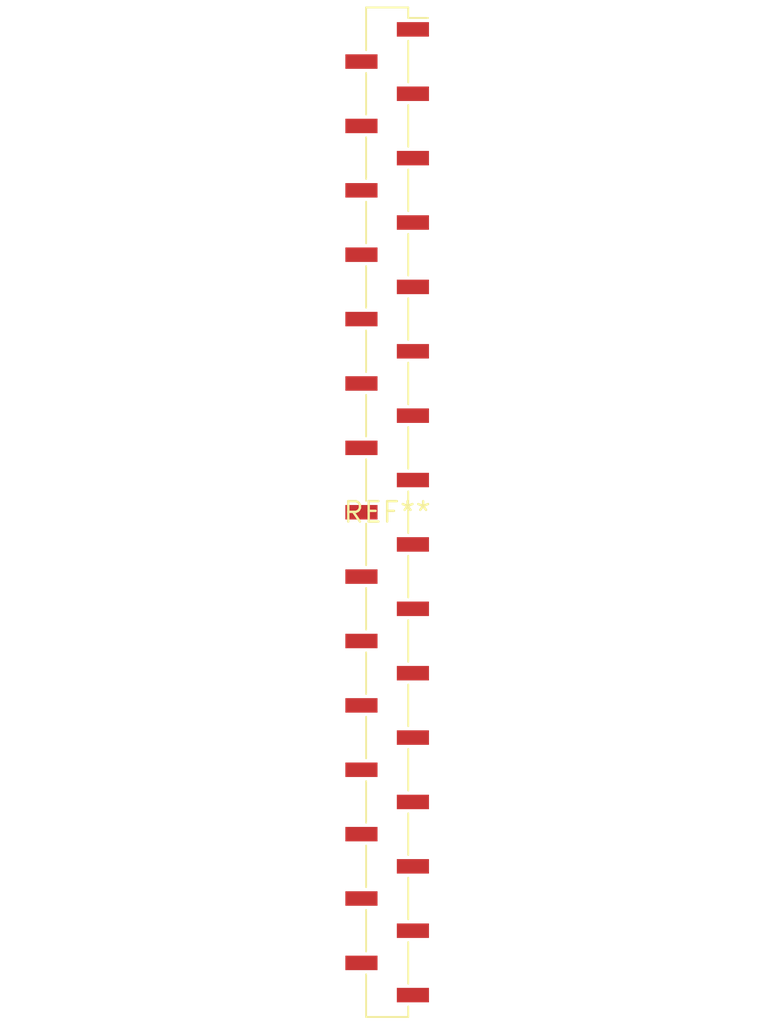
<source format=kicad_pcb>
(kicad_pcb (version 20240108) (generator pcbnew)
  (layers (0 "F.Cu" signal) (31 "B.Cu" signal) (34 "B.Paste" user) (35 "F.Paste" user) (36 "B.SilkS" user "B.Silkscreen") (37 "F.SilkS" user "F.Silkscreen") (38 "B.Mask" user) (39 "F.Mask" user) (44 "Edge.Cuts" user))
  (net 0 "")
  (footprint "PinSocket_1x31_P2.00mm_Vertical_SMD_Pin1Right" (layer "F.Cu") (at 0 0)
    (property "Reference" "REF**")
    (property "Value" "PinSocket_1x31_P2.00mm_Vertical_SMD_Pin1Right")
    (fp_line (start -1.31 -31.36) (end -1.31 -28.71) (layer "F.SilkS") (stroke (width 0.12)))
    (fp_line (start -1.31 -31.36) (end 1.31 -31.36) (layer "F.SilkS") (stroke (width 0.12)))
    (fp_line (start -1.31 -27.29) (end -1.31 -24.71) (layer "F.SilkS") (stroke (width 0.12)))
    (fp_line (start -1.31 -23.29) (end -1.31 -20.71) (layer "F.SilkS") (stroke (width 0.12)))
    (fp_line (start -1.31 -19.29) (end -1.31 -16.71) (layer "F.SilkS") (stroke (width 0.12)))
    (fp_line (start -1.31 -15.29) (end -1.31 -12.71) (layer "F.SilkS") (stroke (width 0.12)))
    (fp_line (start -1.31 -11.29) (end -1.31 -8.71) (layer "F.SilkS") (stroke (width 0.12)))
    (fp_line (start -1.31 -7.29) (end -1.31 -4.71) (layer "F.SilkS") (stroke (width 0.12)))
    (fp_line (start -1.31 -3.29) (end -1.31 -0.71) (layer "F.SilkS") (stroke (width 0.12)))
    (fp_line (start -1.31 0.71) (end -1.31 3.29) (layer "F.SilkS") (stroke (width 0.12)))
    (fp_line (start -1.31 4.71) (end -1.31 7.29) (layer "F.SilkS") (stroke (width 0.12)))
    (fp_line (start -1.31 8.71) (end -1.31 11.29) (layer "F.SilkS") (stroke (width 0.12)))
    (fp_line (start -1.31 12.71) (end -1.31 15.29) (layer "F.SilkS") (stroke (width 0.12)))
    (fp_line (start -1.31 16.71) (end -1.31 19.29) (layer "F.SilkS") (stroke (width 0.12)))
    (fp_line (start -1.31 20.71) (end -1.31 23.29) (layer "F.SilkS") (stroke (width 0.12)))
    (fp_line (start -1.31 24.71) (end -1.31 27.29) (layer "F.SilkS") (stroke (width 0.12)))
    (fp_line (start -1.31 28.71) (end -1.31 31.36) (layer "F.SilkS") (stroke (width 0.12)))
    (fp_line (start -1.31 31.36) (end 1.31 31.36) (layer "F.SilkS") (stroke (width 0.12)))
    (fp_line (start 1.31 -31.36) (end 1.31 -30.71) (layer "F.SilkS") (stroke (width 0.12)))
    (fp_line (start 1.31 -30.71) (end 2.54 -30.71) (layer "F.SilkS") (stroke (width 0.12)))
    (fp_line (start 1.31 -29.29) (end 1.31 -26.71) (layer "F.SilkS") (stroke (width 0.12)))
    (fp_line (start 1.31 -25.29) (end 1.31 -22.71) (layer "F.SilkS") (stroke (width 0.12)))
    (fp_line (start 1.31 -21.29) (end 1.31 -18.71) (layer "F.SilkS") (stroke (width 0.12)))
    (fp_line (start 1.31 -17.29) (end 1.31 -14.71) (layer "F.SilkS") (stroke (width 0.12)))
    (fp_line (start 1.31 -13.29) (end 1.31 -10.71) (layer "F.SilkS") (stroke (width 0.12)))
    (fp_line (start 1.31 -9.29) (end 1.31 -6.71) (layer "F.SilkS") (stroke (width 0.12)))
    (fp_line (start 1.31 -5.29) (end 1.31 -2.71) (layer "F.SilkS") (stroke (width 0.12)))
    (fp_line (start 1.31 -1.29) (end 1.31 1.29) (layer "F.SilkS") (stroke (width 0.12)))
    (fp_line (start 1.31 2.71) (end 1.31 5.29) (layer "F.SilkS") (stroke (width 0.12)))
    (fp_line (start 1.31 6.71) (end 1.31 9.29) (layer "F.SilkS") (stroke (width 0.12)))
    (fp_line (start 1.31 10.71) (end 1.31 13.29) (layer "F.SilkS") (stroke (width 0.12)))
    (fp_line (start 1.31 14.71) (end 1.31 17.29) (layer "F.SilkS") (stroke (width 0.12)))
    (fp_line (start 1.31 18.71) (end 1.31 21.29) (layer "F.SilkS") (stroke (width 0.12)))
    (fp_line (start 1.31 22.71) (end 1.31 25.29) (layer "F.SilkS") (stroke (width 0.12)))
    (fp_line (start 1.31 26.71) (end 1.31 29.29) (layer "F.SilkS") (stroke (width 0.12)))
    (fp_line (start 1.31 30.71) (end 1.31 31.36) (layer "F.SilkS") (stroke (width 0.12)))
    (pad "1" smd rect (at 1.6 -30) (size 2 0.9) (layers "F.Cu" "F.Paste" "F.Mask"))
    (pad "2" smd rect (at -1.6 -28) (size 2 0.9) (layers "F.Cu" "F.Paste" "F.Mask"))
    (pad "3" smd rect (at 1.6 -26) (size 2 0.9) (layers "F.Cu" "F.Paste" "F.Mask"))
    (pad "4" smd rect (at -1.6 -24) (size 2 0.9) (layers "F.Cu" "F.Paste" "F.Mask"))
    (pad "5" smd rect (at 1.6 -22) (size 2 0.9) (layers "F.Cu" "F.Paste" "F.Mask"))
    (pad "6" smd rect (at -1.6 -20) (size 2 0.9) (layers "F.Cu" "F.Paste" "F.Mask"))
    (pad "7" smd rect (at 1.6 -18) (size 2 0.9) (layers "F.Cu" "F.Paste" "F.Mask"))
    (pad "8" smd rect (at -1.6 -16) (size 2 0.9) (layers "F.Cu" "F.Paste" "F.Mask"))
    (pad "9" smd rect (at 1.6 -14) (size 2 0.9) (layers "F.Cu" "F.Paste" "F.Mask"))
    (pad "10" smd rect (at -1.6 -12) (size 2 0.9) (layers "F.Cu" "F.Paste" "F.Mask"))
    (pad "11" smd rect (at 1.6 -10) (size 2 0.9) (layers "F.Cu" "F.Paste" "F.Mask"))
    (pad "12" smd rect (at -1.6 -8) (size 2 0.9) (layers "F.Cu" "F.Paste" "F.Mask"))
    (pad "13" smd rect (at 1.6 -6) (size 2 0.9) (layers "F.Cu" "F.Paste" "F.Mask"))
    (pad "14" smd rect (at -1.6 -4) (size 2 0.9) (layers "F.Cu" "F.Paste" "F.Mask"))
    (pad "15" smd rect (at 1.6 -2) (size 2 0.9) (layers "F.Cu" "F.Paste" "F.Mask"))
    (pad "16" smd rect (at -1.6 0) (size 2 0.9) (layers "F.Cu" "F.Paste" "F.Mask"))
    (pad "17" smd rect (at 1.6 2) (size 2 0.9) (layers "F.Cu" "F.Paste" "F.Mask"))
    (pad "18" smd rect (at -1.6 4) (size 2 0.9) (layers "F.Cu" "F.Paste" "F.Mask"))
    (pad "19" smd rect (at 1.6 6) (size 2 0.9) (layers "F.Cu" "F.Paste" "F.Mask"))
    (pad "20" smd rect (at -1.6 8) (size 2 0.9) (layers "F.Cu" "F.Paste" "F.Mask"))
    (pad "21" smd rect (at 1.6 10) (size 2 0.9) (layers "F.Cu" "F.Paste" "F.Mask"))
    (pad "22" smd rect (at -1.6 12) (size 2 0.9) (layers "F.Cu" "F.Paste" "F.Mask"))
    (pad "23" smd rect (at 1.6 14) (size 2 0.9) (layers "F.Cu" "F.Paste" "F.Mask"))
    (pad "24" smd rect (at -1.6 16) (size 2 0.9) (layers "F.Cu" "F.Paste" "F.Mask"))
    (pad "25" smd rect (at 1.6 18) (size 2 0.9) (layers "F.Cu" "F.Paste" "F.Mask"))
    (pad "26" smd rect (at -1.6 20) (size 2 0.9) (layers "F.Cu" "F.Paste" "F.Mask"))
    (pad "27" smd rect (at 1.6 22) (size 2 0.9) (layers "F.Cu" "F.Paste" "F.Mask"))
    (pad "28" smd rect (at -1.6 24) (size 2 0.9) (layers "F.Cu" "F.Paste" "F.Mask"))
    (pad "29" smd rect (at 1.6 26) (size 2 0.9) (layers "F.Cu" "F.Paste" "F.Mask"))
    (pad "30" smd rect (at -1.6 28) (size 2 0.9) (layers "F.Cu" "F.Paste" "F.Mask"))
    (pad "31" smd rect (at 1.6 30) (size 2 0.9) (layers "F.Cu" "F.Paste" "F.Mask"))
  )
)
</source>
